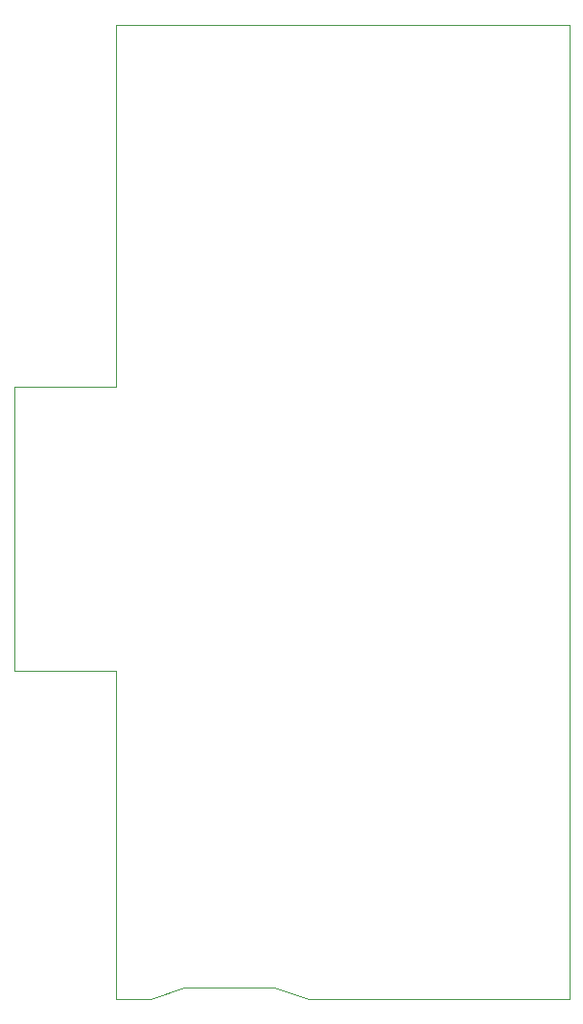
<source format=gbr>
G04 #@! TF.GenerationSoftware,KiCad,Pcbnew,5.1.5-1.fc30*
G04 #@! TF.CreationDate,2020-09-01T08:29:50+02:00*
G04 #@! TF.ProjectId,BeaconTemperature,42656163-6f6e-4546-956d-706572617475,rev?*
G04 #@! TF.SameCoordinates,Original*
G04 #@! TF.FileFunction,Profile,NP*
%FSLAX46Y46*%
G04 Gerber Fmt 4.6, Leading zero omitted, Abs format (unit mm)*
G04 Created by KiCad (PCBNEW 5.1.5-1.fc30) date 2020-09-01 08:29:50*
%MOMM*%
%LPD*%
G04 APERTURE LIST*
%ADD10C,0.050000*%
G04 APERTURE END LIST*
D10*
X125000000Y-9000000D02*
X125000000Y-15000000D01*
X165000000Y-9000000D02*
X125000000Y-9000000D01*
X165000000Y-15000000D02*
X165000000Y-9000000D01*
X125000000Y-66000000D02*
X125000000Y-95000000D01*
X124000000Y-66000000D02*
X125000000Y-66000000D01*
X116000000Y-66000000D02*
X124000000Y-66000000D01*
X116000000Y-41000000D02*
X116000000Y-66000000D01*
X125000000Y-41000000D02*
X116000000Y-41000000D01*
X125000000Y-15000000D02*
X125000000Y-41000000D01*
X128000000Y-95000000D02*
X125000000Y-95000000D01*
X131000000Y-94000000D02*
X128000000Y-95000000D01*
X139000000Y-94000000D02*
X131000000Y-94000000D01*
X142000000Y-95000000D02*
X139000000Y-94000000D01*
X165000000Y-95000000D02*
X142000000Y-95000000D01*
X165000000Y-95000000D02*
X165000000Y-15000000D01*
M02*

</source>
